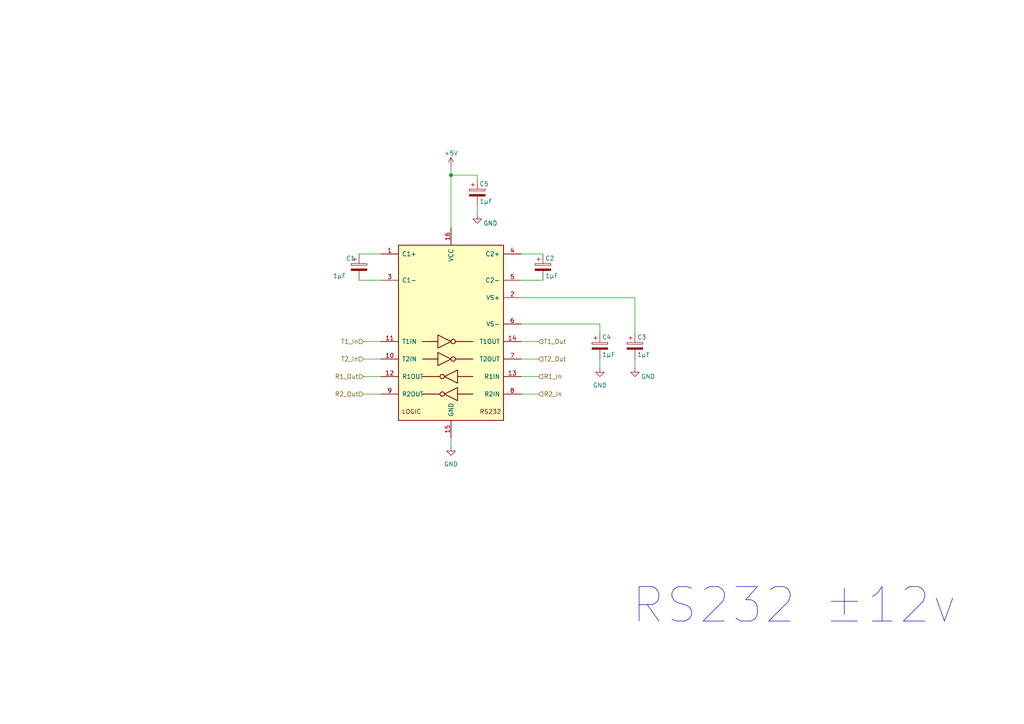
<source format=kicad_sch>
(kicad_sch (version 20230121) (generator eeschema)
  (paper "A4")
  (lib_symbols
    (symbol "Device:C_Polarized" (pin_numbers hide) (pin_names (offset 0.254))
      (property "Reference" "C" (at 0.635 2.54 0))
      (property "Value" "C_Polarized" (at 0.635 -2.54 0))
      (symbol "C_Polarized_0_1"
        (rectangle (start -2.286 0.508) (end 2.286 1.016))
        (polyline (pts (xy -1.778 2.286) (xy -0.762 2.286)))
        (polyline (pts (xy -1.27 2.794) (xy -1.27 1.778)))
        (rectangle (start 2.286 -0.508) (end -2.286 -1.016) (fill (type outline)))
      )
      (symbol "C_Polarized_1_1"
        (pin passive line (at 0 3.81 270) (length 2.794) (name "~") (number "1"))
        (pin passive line (at 0 -3.81 90) (length 2.794) (name "~") (number "2"))
      )
    )
    (symbol "Interface_UART:MAX232" (pin_names (offset 1.016))
      (property "Reference" "U" (at -2.54 28.575 0))
      (property "Value" "MAX232" (at -2.54 26.67 0))
      (symbol "MAX232_0_0"
        (text "LOGIC" (at -11.43 -22.86 0) (effects (font (size 1.27 1.27))))
        (text "RS232" (at 11.43 -22.86 0) (effects (font (size 1.27 1.27))))
      )
      (symbol "MAX232_0_1"
        (rectangle (start -15.24 -25.4) (end 15.24 25.4) (stroke (width 0.254)) (fill (type background)))
        (circle (center -2.54 -17.78) (radius 0.635) (stroke (width 0.254)))
        (circle (center -2.54 -12.7) (radius 0.635) (stroke (width 0.254)))
        (polyline (pts (xy -3.81 -7.62) (xy -8.255 -7.62)) (stroke (width 0.254)))
        (polyline (pts (xy -3.81 -2.54) (xy -8.255 -2.54)) (stroke (width 0.254)))
        (polyline (pts (xy -3.175 -17.78) (xy -8.255 -17.78)) (stroke (width 0.254)))
        (polyline (pts (xy -3.175 -12.7) (xy -8.255 -12.7)) (stroke (width 0.254)))
        (polyline (pts (xy 1.27 -7.62) (xy 6.35 -7.62)) (stroke (width 0.254)))
        (polyline (pts (xy 1.27 -2.54) (xy 6.35 -2.54)) (stroke (width 0.254)))
        (polyline (pts (xy 1.905 -17.78) (xy 6.35 -17.78)) (stroke (width 0.254)))
        (polyline (pts (xy 1.905 -12.7) (xy 6.35 -12.7)) (stroke (width 0.254)))
        (polyline (pts (xy -3.81 -5.715) (xy -3.81 -9.525) (xy 0 -7.62) (xy -3.81 -5.715)) (stroke (width 0.254)))
        (polyline (pts (xy -3.81 -0.635) (xy -3.81 -4.445) (xy 0 -2.54) (xy -3.81 -0.635)) (stroke (width 0.254)))
        (polyline (pts (xy 1.905 -15.875) (xy 1.905 -19.685) (xy -1.905 -17.78) (xy 1.905 -15.875)) (stroke (width 0.254)))
        (polyline (pts (xy 1.905 -10.795) (xy 1.905 -14.605) (xy -1.905 -12.7) (xy 1.905 -10.795)) (stroke (width 0.254)))
        (circle (center 0.635 -7.62) (radius 0.635) (stroke (width 0.254)))
        (circle (center 0.635 -2.54) (radius 0.635) (stroke (width 0.254)))
      )
      (symbol "MAX232_1_1"
        (pin passive line (at -20.32 22.86 0) (length 5.08) (name "C1+") (number "1"))
        (pin input line (at -20.32 -7.62 0) (length 5.08) (name "T2IN") (number "10"))
        (pin input line (at -20.32 -2.54 0) (length 5.08) (name "T1IN") (number "11"))
        (pin output line (at -20.32 -12.7 0) (length 5.08) (name "R1OUT") (number "12"))
        (pin input line (at 20.32 -12.7 180) (length 5.08) (name "R1IN") (number "13"))
        (pin output line (at 20.32 -2.54 180) (length 5.08) (name "T1OUT") (number "14"))
        (pin power_in line (at 0 -30.48 90) (length 5.08) (name "GND") (number "15"))
        (pin power_in line (at 0 30.48 270) (length 5.08) (name "VCC") (number "16"))
        (pin power_out line (at 20.32 10.16 180) (length 5.08) (name "VS+") (number "2"))
        (pin passive line (at -20.32 15.24 0) (length 5.08) (name "C1-") (number "3"))
        (pin passive line (at 20.32 22.86 180) (length 5.08) (name "C2+") (number "4"))
        (pin passive line (at 20.32 15.24 180) (length 5.08) (name "C2-") (number "5"))
        (pin power_out line (at 20.32 2.54 180) (length 5.08) (name "VS-") (number "6"))
        (pin output line (at 20.32 -7.62 180) (length 5.08) (name "T2OUT") (number "7"))
        (pin input line (at 20.32 -17.78 180) (length 5.08) (name "R2IN") (number "8"))
        (pin output line (at -20.32 -17.78 0) (length 5.08) (name "R2OUT") (number "9"))
      )
    )
    (symbol "PCM_4ms_Power-symbol:+5V" (power) (pin_names (offset 0))
      (property "Value" "+5V" (at 0 3.556 0))
      (symbol "+5V_0_1"
        (polyline (pts (xy -0.762 1.27) (xy 0 2.54)))
        (polyline (pts (xy 0 0) (xy 0 2.54)))
        (polyline (pts (xy 0 2.54) (xy 0.762 1.27)))
      )
      (symbol "+5V_1_1"
        (pin power_in line (at 0 0 90) (length 0) hide (name "+5V") (number "1"))
      )
    )
    (symbol "PCM_4ms_Power-symbol:GND" (power) (pin_names (offset 0))
      (property "Value" "GND" (at 0 -3.81 0))
      (symbol "GND_0_1"
        (polyline (pts (xy 0 0) (xy 0 -1.27) (xy 1.27 -1.27) (xy 0 -2.54) (xy -1.27 -1.27) (xy 0 -1.27)))
      )
      (symbol "GND_1_1"
        (pin power_in line (at 0 0 270) (length 0) hide (name "GND") (number "1"))
      )
    )
  )
  (junction (at 130.81 50.8))
  (wire (pts (xy 184.15 96.52) (xy 184.15 86.36)))
  (wire (pts (xy 151.13 114.3) (xy 156.21 114.3)))
  (wire (pts (xy 151.13 81.28) (xy 157.48 81.28)))
  (wire (pts (xy 104.14 81.28) (xy 110.49 81.28)))
  (wire (pts (xy 173.99 104.14) (xy 173.99 106.68)))
  (wire (pts (xy 151.13 104.14) (xy 156.21 104.14)))
  (wire (pts (xy 151.13 93.98) (xy 173.99 93.98)))
  (wire (pts (xy 130.81 48.26) (xy 130.81 50.8)))
  (wire (pts (xy 105.41 109.22) (xy 110.49 109.22)))
  (wire (pts (xy 151.13 86.36) (xy 184.15 86.36)))
  (wire (pts (xy 105.41 104.14) (xy 110.49 104.14)))
  (wire (pts (xy 151.13 109.22) (xy 156.21 109.22)))
  (wire (pts (xy 184.15 104.14) (xy 184.15 106.68)))
  (wire (pts (xy 105.41 99.06) (xy 110.49 99.06)))
  (wire (pts (xy 173.99 93.98) (xy 173.99 96.52)))
  (wire (pts (xy 130.81 127) (xy 130.81 129.54)))
  (wire (pts (xy 138.43 52.07) (xy 138.43 50.8)))
  (wire (pts (xy 151.13 73.66) (xy 157.48 73.66)))
  (wire (pts (xy 151.13 99.06) (xy 156.21 99.06)))
  (wire (pts (xy 105.41 114.3) (xy 110.49 114.3)))
  (wire (pts (xy 130.81 50.8) (xy 130.81 66.04)))
  (wire (pts (xy 104.14 73.66) (xy 110.49 73.66)))
  (wire (pts (xy 138.43 50.8) (xy 130.81 50.8)))
  (wire (pts (xy 138.43 59.69) (xy 138.43 62.23)))
  (text "RS232 ±12v" (at 182.88 181.61 0) (effects (font (size 10 10)) (justify left bottom)))
  (hierarchical_label "R2_Out" (shape input) (at 105.41 114.3 180))
  (hierarchical_label "R2_In" (shape input) (at 156.21 114.3 0))
  (hierarchical_label "T2_In" (shape input) (at 105.41 104.14 180))
  (hierarchical_label "R1_In" (shape input) (at 156.21 109.22 0))
  (hierarchical_label "R1_Out" (shape input) (at 105.41 109.22 180))
  (hierarchical_label "T1_In" (shape input) (at 105.41 99.06 180))
  (hierarchical_label "T2_Out" (shape input) (at 156.21 104.14 0))
  (hierarchical_label "T1_Out" (shape input) (at 156.21 99.06 0))
  (symbol (lib_id "PCM_4ms_Power-symbol:+5V") (at 130.81 48.26 0) (unit 1)
    (property "Reference" "#PWR04" (effects hide))
    (property "Value" "+5V" (at 130.81 44.45 0))
    (instances (project "MAX232" (path "" (reference "#PWR04") (unit 1))) (project "MFC" (path "" (reference "#PWR0107") (unit 1))))
  )
  (symbol (lib_id "Device:C_Polarized") (at 138.43 55.88 0) (unit 1)
    (property "Reference" "C5" (at 139.065 53.34 0) (effects (justify left)))
    (property "Value" "1µF" (at 139.065 58.42 0) (effects (justify left)))
    (property "Footprint" "Capacitor_SMD:C_1206_3216Metric_Pad1.33x1.80mm_HandSolder" (effects hide))
    (instances (project "MAX232" (path "" (reference "C5") (unit 1))) (project "MFC" (path "" (reference "C10") (unit 1))))
  )
  (symbol (lib_id "PCM_4ms_Power-symbol:GND") (at 184.15 106.68 0) (unit 1)
    (property "Reference" "#PWR05" (effects hide))
    (property "Value" "GND" (at 187.96 109.22 0))
    (instances (project "MAX232" (path "" (reference "#PWR05") (unit 1))) (project "MFC" (path "" (reference "#PWR012") (unit 1))))
  )
  (symbol (lib_id "PCM_4ms_Power-symbol:GND") (at 138.43 62.23 0) (unit 1)
    (property "Reference" "#PWR02" (effects hide))
    (property "Value" "GND" (at 142.24 64.77 0))
    (instances (project "MAX232" (path "" (reference "#PWR02") (unit 1))) (project "MFC" (path "" (reference "#PWR010") (unit 1))))
  )
  (symbol (lib_id "Device:C_Polarized") (at 184.15 100.33 0) (unit 1)
    (property "Reference" "C3" (at 184.785 97.79 0) (effects (justify left)))
    (property "Value" "1µF" (at 184.785 102.87 0) (effects (justify left)))
    (property "Footprint" "Capacitor_SMD:C_1206_3216Metric_Pad1.33x1.80mm_HandSolder" (effects hide))
    (instances (project "MAX232" (path "" (reference "C3") (unit 1))) (project "MFC" (path "" (reference "C13") (unit 1))))
  )
  (symbol (lib_id "Device:C_Polarized") (at 157.48 77.47 0) (unit 1)
    (property "Reference" "C2" (at 158.115 74.93 0) (effects (justify left)))
    (property "Value" "1µF" (at 158.115 80.01 0) (effects (justify left)))
    (property "Footprint" "Capacitor_SMD:C_1206_3216Metric_Pad1.33x1.80mm_HandSolder" (effects hide))
    (instances (project "MAX232" (path "" (reference "C2") (unit 1))) (project "MFC" (path "" (reference "C11") (unit 1))))
  )
  (symbol (lib_id "Device:C_Polarized") (at 104.14 77.47 0) (unit 1)
    (property "Reference" "C1" (at 100.33 74.93 0) (effects (justify left)))
    (property "Value" "1µF" (at 96.52 80.01 0) (effects (justify left)))
    (property "Footprint" "Capacitor_SMD:C_1206_3216Metric_Pad1.33x1.80mm_HandSolder" (effects hide))
    (instances (project "MAX232" (path "" (reference "C1") (unit 1))) (project "MFC" (path "" (reference "C9") (unit 1))))
  )
  (symbol (lib_id "PCM_4ms_Power-symbol:GND") (at 173.99 106.68 0) (unit 1)
    (property "Reference" "#PWR01" (effects hide))
    (property "Value" "GND" (at 173.99 111.76 0))
    (instances (project "MAX232" (path "" (reference "#PWR01") (unit 1))) (project "MFC" (path "" (reference "#PWR011") (unit 1))))
  )
  (symbol (lib_id "Device:C_Polarized") (at 173.99 100.33 0) (unit 1)
    (property "Reference" "C4" (at 174.625 97.79 0) (effects (justify left)))
    (property "Value" "1µF" (at 174.625 102.87 0) (effects (justify left)))
    (property "Footprint" "Capacitor_SMD:C_1206_3216Metric_Pad1.33x1.80mm_HandSolder" (effects hide))
    (instances (project "MAX232" (path "" (reference "C4") (unit 1))) (project "MFC" (path "" (reference "C12") (unit 1))))
  )
  (symbol (lib_id "PCM_4ms_Power-symbol:GND") (at 130.81 129.54 0) (unit 1)
    (property "Reference" "#PWR03" (effects hide))
    (property "Value" "GND" (at 130.81 134.62 0))
    (instances (project "MAX232" (path "" (reference "#PWR03") (unit 1))) (project "MFC" (path "" (reference "#PWR0106") (unit 1))))
  )
  (symbol (lib_id "Interface_UART:MAX232") (at 130.81 96.52 0) (unit 1)
    (property "Reference" "U1" (effects hide))
    (property "Value" "MAX232" (effects hide))
    (property "Footprint" "Package_SO:SOIC-16W_7.5x10.3mm_P1.27mm" (effects hide))
    (property "Datasheet" "http://www.ti.com/lit/ds/symlink/max232.pdf" (effects hide))
  )
)
</source>
